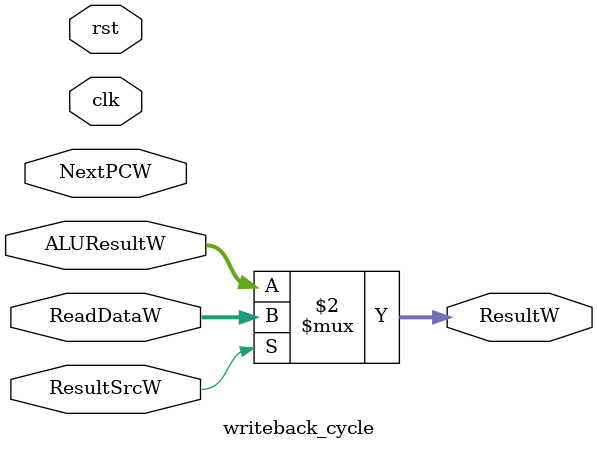
<source format=v>
`timescale 1ns / 1ps

module writeback_cycle(
    input clk, rst, ResultSrcW,
    input [31:0] NextPCW, ALUResultW, ReadDataW,
    output [31:0] ResultW
    );
    
    assign ResultW = (ResultSrcW == 1'b0) ? ALUResultW : ReadDataW; 
    
endmodule

</source>
